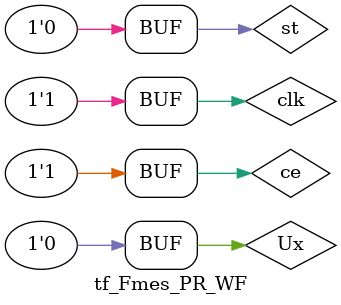
<source format=v>
`timescale 1ns / 1ps


module tf_Fmes_PR_WF;

	// Inputs
	reg ce;
	reg Ux;
	reg clk;
	reg st;

	// Outputs
	wire [32:0] Q;
	wire [15:0] F;
	wire Tm;
	wire [15:0] X;
	wire [15:0] Y;
	wire ce_end;
	wire Q_Tm;
	wire ok_DIV;

	// Instantiate the Unit Under Test (UUT)
	Fmes_PR_WF uut (
		.ce(ce), 
		.Ux(Ux), 
		.clk(clk), 
		.st(st), 
		.Q(Q), 
		.F(F), 
		.Tm(Tm), 
		.X(X), 
		.Y(Y), 
		.ce_end(ce_end), 
		.Q_Tm(Q_Tm), 
		.ok_DIV(ok_DIV)
	);

parameter Tx = 20408163; //Tx=1/Fx=1/3.438 kHz=290.866us=290866ns
parameter Tclk = 20; //Tclk=1/Fclk=1/50 mHz = 20 ns
parameter Tce = 10000; //Tce=1/Fce = 1/100000=10000 ns
parameter NTce = Tce/Tclk ; //NTce=5000
//always begin Ux=0 ; #(Tx/2) Ux=1; #(Tx/2) ; end //"Ïðÿìîé" ñèãíàë
always begin Ux=1 ; #(Tx/2) Ux=0; #(Tx/2) ; end //Èíâåðñíûé ñèãíàë
always begin clk=0 ; #(Tclk/2) clk=1; #(Tclk/2) ; end
always begin ce=0 ; #(Tclk*(NTce-1)) ce=1; #(Tclk) ; end


	initial begin
		// Initialize Inputs
		st = 0;

		// Wait 100 ns for global reset to finish
		#20000000;
st = 1;
#20; st = 0;
#30000000
st = 1;
#20; st = 0;
        
		// Add stimulus here

	end
      
endmodule


</source>
